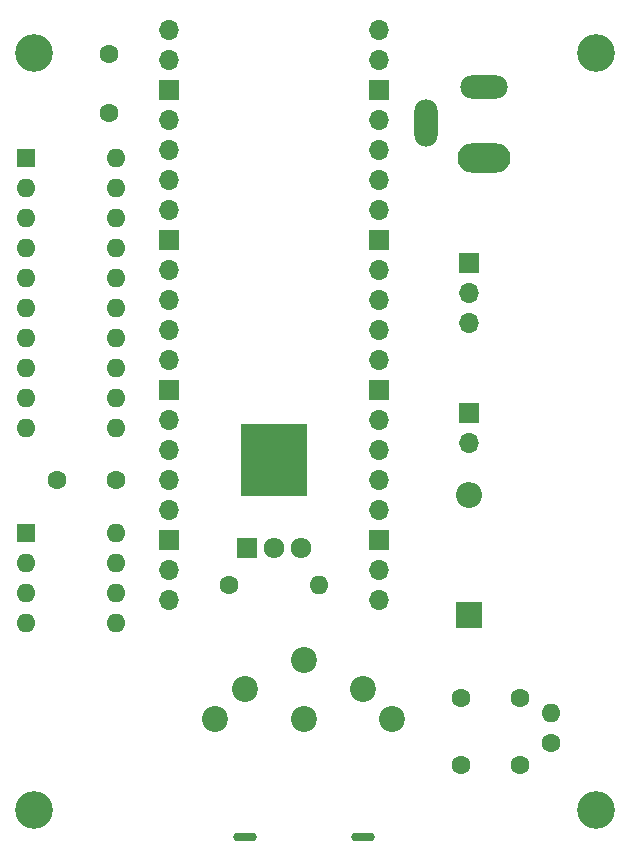
<source format=gbr>
%TF.GenerationSoftware,KiCad,Pcbnew,(5.1.12-1-10_14)*%
%TF.CreationDate,2022-12-20T21:08:20-08:00*%
%TF.ProjectId,nabu-keyboard-usb,6e616275-2d75-4736-922d-6b6579626f61,0.1*%
%TF.SameCoordinates,Original*%
%TF.FileFunction,Soldermask,Top*%
%TF.FilePolarity,Negative*%
%FSLAX46Y46*%
G04 Gerber Fmt 4.6, Leading zero omitted, Abs format (unit mm)*
G04 Created by KiCad (PCBNEW (5.1.12-1-10_14)) date 2022-12-20 21:08:20*
%MOMM*%
%LPD*%
G01*
G04 APERTURE LIST*
%ADD10R,1.600000X1.600000*%
%ADD11O,1.600000X1.600000*%
%ADD12C,2.200000*%
%ADD13O,2.000000X0.750000*%
%ADD14O,1.700000X1.700000*%
%ADD15R,1.700000X1.700000*%
%ADD16C,3.200000*%
%ADD17R,5.700000X6.200000*%
%ADD18R,1.717500X1.800000*%
%ADD19O,1.717500X1.800000*%
%ADD20C,1.600000*%
%ADD21O,4.000000X2.000000*%
%ADD22O,4.500000X2.500000*%
%ADD23O,2.000000X4.000000*%
%ADD24R,2.200000X2.200000*%
%ADD25O,2.200000X2.200000*%
G04 APERTURE END LIST*
D10*
%TO.C,U3*%
X120650000Y-107950000D03*
D11*
X128270000Y-115570000D03*
X120650000Y-110490000D03*
X128270000Y-113030000D03*
X120650000Y-113030000D03*
X128270000Y-110490000D03*
X120650000Y-115570000D03*
X128270000Y-107950000D03*
%TD*%
D12*
%TO.C,J2*%
X149145000Y-121200000D03*
X139145000Y-121200000D03*
X144145000Y-118700000D03*
X136645000Y-123700000D03*
X151645000Y-123700000D03*
X144145000Y-123700000D03*
D13*
X139145000Y-133700000D03*
X149145000Y-133700000D03*
%TD*%
D14*
%TO.C,U2*%
X150495000Y-65405000D03*
X150495000Y-67945000D03*
D15*
X150495000Y-70485000D03*
D14*
X150495000Y-73025000D03*
X150495000Y-75565000D03*
X150495000Y-78105000D03*
X150495000Y-80645000D03*
D15*
X150495000Y-83185000D03*
D14*
X150495000Y-85725000D03*
X150495000Y-88265000D03*
X150495000Y-90805000D03*
X150495000Y-93345000D03*
D15*
X150495000Y-95885000D03*
D14*
X150495000Y-98425000D03*
X150495000Y-100965000D03*
X150495000Y-103505000D03*
X150495000Y-106045000D03*
D15*
X150495000Y-108585000D03*
D14*
X150495000Y-111125000D03*
X150495000Y-113665000D03*
X132715000Y-113665000D03*
X132715000Y-111125000D03*
D15*
X132715000Y-108585000D03*
D14*
X132715000Y-106045000D03*
X132715000Y-103505000D03*
X132715000Y-100965000D03*
X132715000Y-98425000D03*
D15*
X132715000Y-95885000D03*
D14*
X132715000Y-93345000D03*
X132715000Y-90805000D03*
X132715000Y-88265000D03*
X132715000Y-85725000D03*
D15*
X132715000Y-83185000D03*
D14*
X132715000Y-80645000D03*
X132715000Y-78105000D03*
X132715000Y-75565000D03*
X132715000Y-73025000D03*
D15*
X132715000Y-70485000D03*
D14*
X132715000Y-67945000D03*
X132715000Y-65405000D03*
%TD*%
D16*
%TO.C,REF\u002A\u002A*%
X168910000Y-67310000D03*
%TD*%
%TO.C,REF\u002A\u002A*%
X168910000Y-131445000D03*
%TD*%
%TO.C,REF\u002A\u002A*%
X121285000Y-131445000D03*
%TD*%
%TO.C,REF\u002A\u002A*%
X121285000Y-67310000D03*
%TD*%
D15*
%TO.C,J1*%
X158115000Y-85090000D03*
D14*
X158115000Y-87630000D03*
X158115000Y-90170000D03*
%TD*%
D15*
%TO.C,JP1*%
X158115000Y-97790000D03*
D14*
X158115000Y-100330000D03*
%TD*%
D10*
%TO.C,U1*%
X120650000Y-76200000D03*
D11*
X128270000Y-99060000D03*
X120650000Y-78740000D03*
X128270000Y-96520000D03*
X120650000Y-81280000D03*
X128270000Y-93980000D03*
X120650000Y-83820000D03*
X128270000Y-91440000D03*
X120650000Y-86360000D03*
X128270000Y-88900000D03*
X120650000Y-88900000D03*
X128270000Y-86360000D03*
X120650000Y-91440000D03*
X128270000Y-83820000D03*
X120650000Y-93980000D03*
X128270000Y-81280000D03*
X120650000Y-96520000D03*
X128270000Y-78740000D03*
X120650000Y-99060000D03*
X128270000Y-76200000D03*
%TD*%
D17*
%TO.C,Q1*%
X141605000Y-101786667D03*
D18*
X139315000Y-109220000D03*
D19*
X141605000Y-109220000D03*
X143895000Y-109220000D03*
%TD*%
D20*
%TO.C,C3*%
X157480000Y-121920000D03*
X162480000Y-121920000D03*
%TD*%
%TO.C,C4*%
X162480000Y-127635000D03*
X157480000Y-127635000D03*
%TD*%
%TO.C,R1*%
X137795000Y-112395000D03*
D11*
X145415000Y-112395000D03*
%TD*%
D20*
%TO.C,R2*%
X165100000Y-125730000D03*
D11*
X165100000Y-123190000D03*
%TD*%
D20*
%TO.C,C1*%
X127635000Y-72390000D03*
X127635000Y-67390000D03*
%TD*%
%TO.C,C2*%
X123270000Y-103505000D03*
X128270000Y-103505000D03*
%TD*%
D21*
%TO.C,J3*%
X159385000Y-70200000D03*
D22*
X159385000Y-76200000D03*
D23*
X154485000Y-73250000D03*
%TD*%
D24*
%TO.C,D1*%
X158115000Y-114935000D03*
D25*
X158115000Y-104775000D03*
%TD*%
M02*

</source>
